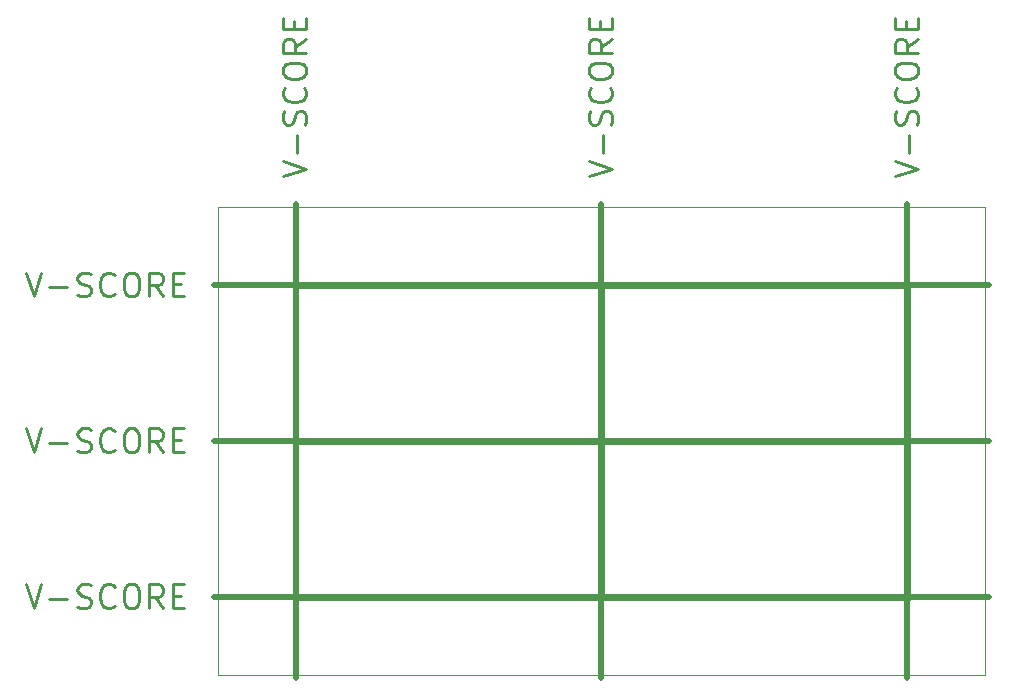
<source format=gko>
%TF.GenerationSoftware,KiCad,Pcbnew,8.0.4*%
%TF.CreationDate,2024-08-22T15:16:28-06:00*%
%TF.ProjectId,SparkFun_BMV080_panelized,53706172-6b46-4756-9e5f-424d56303830,v01*%
%TF.SameCoordinates,Original*%
%TF.FileFunction,Soldermask,Bot*%
%TF.FilePolarity,Negative*%
%FSLAX46Y46*%
G04 Gerber Fmt 4.6, Leading zero omitted, Abs format (unit mm)*
G04 Created by KiCad (PCBNEW 8.0.4) date 2024-08-22 15:16:28*
%MOMM*%
%LPD*%
G01*
G04 APERTURE LIST*
%TA.AperFunction,Profile*%
%ADD10C,0.100000*%
%TD*%
%TA.AperFunction,Profile*%
%ADD11C,0.050000*%
%TD*%
%ADD12C,0.250000*%
%ADD13C,0.500000*%
G04 APERTURE END LIST*
D10*
X-500000Y-13200000D02*
X-500000Y13700000D01*
X51800000Y-13200000D02*
X-500000Y-13200000D01*
X51800000Y13700000D02*
X51800000Y-13200000D01*
X-500000Y13700000D02*
X51800000Y13700000D01*
X-6850000Y-19550000D02*
X-6850000Y20050000D01*
X58150000Y-19550000D02*
X-6850000Y-19550000D01*
X58150000Y20050000D02*
X58150000Y-19550000D01*
X-6850000Y20050000D02*
X58150000Y20050000D01*
D11*
X25900000Y500000D02*
X25900000Y13200000D01*
X25900000Y-12700000D02*
X25900000Y0D01*
X0Y500000D02*
X0Y13200000D01*
X51300000Y13200000D02*
X51300000Y500000D01*
X51300000Y0D02*
X51300000Y-12700000D01*
X25400000Y13200000D02*
X25400000Y500000D01*
X51300000Y500000D02*
X25900000Y500000D01*
X51300000Y-12700000D02*
X25900000Y-12700000D01*
X25400000Y500000D02*
X0Y500000D01*
X25900000Y13200000D02*
X51300000Y13200000D01*
X25900000Y0D02*
X51300000Y0D01*
X0Y13200000D02*
X25400000Y13200000D01*
X0Y0D02*
X25400000Y0D01*
X25400000Y-12700000D02*
X0Y-12700000D01*
X25400000Y0D02*
X25400000Y-12700000D01*
X0Y-12700000D02*
X0Y0D01*
D12*
X-23098997Y-11862238D02*
X-22432331Y-13862238D01*
X-22432331Y-13862238D02*
X-21765664Y-11862238D01*
X-21098997Y-13100333D02*
X-19575187Y-13100333D01*
X-18718045Y-13767000D02*
X-18432331Y-13862238D01*
X-18432331Y-13862238D02*
X-17956140Y-13862238D01*
X-17956140Y-13862238D02*
X-17765664Y-13767000D01*
X-17765664Y-13767000D02*
X-17670426Y-13671761D01*
X-17670426Y-13671761D02*
X-17575188Y-13481285D01*
X-17575188Y-13481285D02*
X-17575188Y-13290809D01*
X-17575188Y-13290809D02*
X-17670426Y-13100333D01*
X-17670426Y-13100333D02*
X-17765664Y-13005095D01*
X-17765664Y-13005095D02*
X-17956140Y-12909857D01*
X-17956140Y-12909857D02*
X-18337093Y-12814619D01*
X-18337093Y-12814619D02*
X-18527569Y-12719380D01*
X-18527569Y-12719380D02*
X-18622807Y-12624142D01*
X-18622807Y-12624142D02*
X-18718045Y-12433666D01*
X-18718045Y-12433666D02*
X-18718045Y-12243190D01*
X-18718045Y-12243190D02*
X-18622807Y-12052714D01*
X-18622807Y-12052714D02*
X-18527569Y-11957476D01*
X-18527569Y-11957476D02*
X-18337093Y-11862238D01*
X-18337093Y-11862238D02*
X-17860902Y-11862238D01*
X-17860902Y-11862238D02*
X-17575188Y-11957476D01*
X-15575188Y-13671761D02*
X-15670426Y-13767000D01*
X-15670426Y-13767000D02*
X-15956140Y-13862238D01*
X-15956140Y-13862238D02*
X-16146616Y-13862238D01*
X-16146616Y-13862238D02*
X-16432331Y-13767000D01*
X-16432331Y-13767000D02*
X-16622807Y-13576523D01*
X-16622807Y-13576523D02*
X-16718045Y-13386047D01*
X-16718045Y-13386047D02*
X-16813283Y-13005095D01*
X-16813283Y-13005095D02*
X-16813283Y-12719380D01*
X-16813283Y-12719380D02*
X-16718045Y-12338428D01*
X-16718045Y-12338428D02*
X-16622807Y-12147952D01*
X-16622807Y-12147952D02*
X-16432331Y-11957476D01*
X-16432331Y-11957476D02*
X-16146616Y-11862238D01*
X-16146616Y-11862238D02*
X-15956140Y-11862238D01*
X-15956140Y-11862238D02*
X-15670426Y-11957476D01*
X-15670426Y-11957476D02*
X-15575188Y-12052714D01*
X-14337093Y-11862238D02*
X-13956140Y-11862238D01*
X-13956140Y-11862238D02*
X-13765664Y-11957476D01*
X-13765664Y-11957476D02*
X-13575188Y-12147952D01*
X-13575188Y-12147952D02*
X-13479950Y-12528904D01*
X-13479950Y-12528904D02*
X-13479950Y-13195571D01*
X-13479950Y-13195571D02*
X-13575188Y-13576523D01*
X-13575188Y-13576523D02*
X-13765664Y-13767000D01*
X-13765664Y-13767000D02*
X-13956140Y-13862238D01*
X-13956140Y-13862238D02*
X-14337093Y-13862238D01*
X-14337093Y-13862238D02*
X-14527569Y-13767000D01*
X-14527569Y-13767000D02*
X-14718045Y-13576523D01*
X-14718045Y-13576523D02*
X-14813283Y-13195571D01*
X-14813283Y-13195571D02*
X-14813283Y-12528904D01*
X-14813283Y-12528904D02*
X-14718045Y-12147952D01*
X-14718045Y-12147952D02*
X-14527569Y-11957476D01*
X-14527569Y-11957476D02*
X-14337093Y-11862238D01*
X-11479950Y-13862238D02*
X-12146617Y-12909857D01*
X-12622807Y-13862238D02*
X-12622807Y-11862238D01*
X-12622807Y-11862238D02*
X-11860902Y-11862238D01*
X-11860902Y-11862238D02*
X-11670426Y-11957476D01*
X-11670426Y-11957476D02*
X-11575188Y-12052714D01*
X-11575188Y-12052714D02*
X-11479950Y-12243190D01*
X-11479950Y-12243190D02*
X-11479950Y-12528904D01*
X-11479950Y-12528904D02*
X-11575188Y-12719380D01*
X-11575188Y-12719380D02*
X-11670426Y-12814619D01*
X-11670426Y-12814619D02*
X-11860902Y-12909857D01*
X-11860902Y-12909857D02*
X-12622807Y-12909857D01*
X-10622807Y-12814619D02*
X-9956140Y-12814619D01*
X-9670426Y-13862238D02*
X-10622807Y-13862238D01*
X-10622807Y-13862238D02*
X-10622807Y-11862238D01*
X-10622807Y-11862238D02*
X-9670426Y-11862238D01*
D13*
X-7125000Y-12950000D02*
X58425000Y-12950000D01*
D12*
X-23098997Y1337762D02*
X-22432331Y-662238D01*
X-22432331Y-662238D02*
X-21765664Y1337762D01*
X-21098997Y99667D02*
X-19575187Y99667D01*
X-18718045Y-567000D02*
X-18432331Y-662238D01*
X-18432331Y-662238D02*
X-17956140Y-662238D01*
X-17956140Y-662238D02*
X-17765664Y-567000D01*
X-17765664Y-567000D02*
X-17670426Y-471761D01*
X-17670426Y-471761D02*
X-17575188Y-281285D01*
X-17575188Y-281285D02*
X-17575188Y-90809D01*
X-17575188Y-90809D02*
X-17670426Y99667D01*
X-17670426Y99667D02*
X-17765664Y194905D01*
X-17765664Y194905D02*
X-17956140Y290143D01*
X-17956140Y290143D02*
X-18337093Y385381D01*
X-18337093Y385381D02*
X-18527569Y480620D01*
X-18527569Y480620D02*
X-18622807Y575858D01*
X-18622807Y575858D02*
X-18718045Y766334D01*
X-18718045Y766334D02*
X-18718045Y956810D01*
X-18718045Y956810D02*
X-18622807Y1147286D01*
X-18622807Y1147286D02*
X-18527569Y1242524D01*
X-18527569Y1242524D02*
X-18337093Y1337762D01*
X-18337093Y1337762D02*
X-17860902Y1337762D01*
X-17860902Y1337762D02*
X-17575188Y1242524D01*
X-15575188Y-471761D02*
X-15670426Y-567000D01*
X-15670426Y-567000D02*
X-15956140Y-662238D01*
X-15956140Y-662238D02*
X-16146616Y-662238D01*
X-16146616Y-662238D02*
X-16432331Y-567000D01*
X-16432331Y-567000D02*
X-16622807Y-376523D01*
X-16622807Y-376523D02*
X-16718045Y-186047D01*
X-16718045Y-186047D02*
X-16813283Y194905D01*
X-16813283Y194905D02*
X-16813283Y480620D01*
X-16813283Y480620D02*
X-16718045Y861572D01*
X-16718045Y861572D02*
X-16622807Y1052048D01*
X-16622807Y1052048D02*
X-16432331Y1242524D01*
X-16432331Y1242524D02*
X-16146616Y1337762D01*
X-16146616Y1337762D02*
X-15956140Y1337762D01*
X-15956140Y1337762D02*
X-15670426Y1242524D01*
X-15670426Y1242524D02*
X-15575188Y1147286D01*
X-14337093Y1337762D02*
X-13956140Y1337762D01*
X-13956140Y1337762D02*
X-13765664Y1242524D01*
X-13765664Y1242524D02*
X-13575188Y1052048D01*
X-13575188Y1052048D02*
X-13479950Y671096D01*
X-13479950Y671096D02*
X-13479950Y4429D01*
X-13479950Y4429D02*
X-13575188Y-376523D01*
X-13575188Y-376523D02*
X-13765664Y-567000D01*
X-13765664Y-567000D02*
X-13956140Y-662238D01*
X-13956140Y-662238D02*
X-14337093Y-662238D01*
X-14337093Y-662238D02*
X-14527569Y-567000D01*
X-14527569Y-567000D02*
X-14718045Y-376523D01*
X-14718045Y-376523D02*
X-14813283Y4429D01*
X-14813283Y4429D02*
X-14813283Y671096D01*
X-14813283Y671096D02*
X-14718045Y1052048D01*
X-14718045Y1052048D02*
X-14527569Y1242524D01*
X-14527569Y1242524D02*
X-14337093Y1337762D01*
X-11479950Y-662238D02*
X-12146617Y290143D01*
X-12622807Y-662238D02*
X-12622807Y1337762D01*
X-12622807Y1337762D02*
X-11860902Y1337762D01*
X-11860902Y1337762D02*
X-11670426Y1242524D01*
X-11670426Y1242524D02*
X-11575188Y1147286D01*
X-11575188Y1147286D02*
X-11479950Y956810D01*
X-11479950Y956810D02*
X-11479950Y671096D01*
X-11479950Y671096D02*
X-11575188Y480620D01*
X-11575188Y480620D02*
X-11670426Y385381D01*
X-11670426Y385381D02*
X-11860902Y290143D01*
X-11860902Y290143D02*
X-12622807Y290143D01*
X-10622807Y385381D02*
X-9956140Y385381D01*
X-9670426Y-662238D02*
X-10622807Y-662238D01*
X-10622807Y-662238D02*
X-10622807Y1337762D01*
X-10622807Y1337762D02*
X-9670426Y1337762D01*
D13*
X-7125000Y250000D02*
X58425000Y250000D01*
D12*
X-23098997Y14537762D02*
X-22432331Y12537762D01*
X-22432331Y12537762D02*
X-21765664Y14537762D01*
X-21098997Y13299667D02*
X-19575187Y13299667D01*
X-18718045Y12633000D02*
X-18432331Y12537762D01*
X-18432331Y12537762D02*
X-17956140Y12537762D01*
X-17956140Y12537762D02*
X-17765664Y12633000D01*
X-17765664Y12633000D02*
X-17670426Y12728239D01*
X-17670426Y12728239D02*
X-17575188Y12918715D01*
X-17575188Y12918715D02*
X-17575188Y13109191D01*
X-17575188Y13109191D02*
X-17670426Y13299667D01*
X-17670426Y13299667D02*
X-17765664Y13394905D01*
X-17765664Y13394905D02*
X-17956140Y13490143D01*
X-17956140Y13490143D02*
X-18337093Y13585381D01*
X-18337093Y13585381D02*
X-18527569Y13680620D01*
X-18527569Y13680620D02*
X-18622807Y13775858D01*
X-18622807Y13775858D02*
X-18718045Y13966334D01*
X-18718045Y13966334D02*
X-18718045Y14156810D01*
X-18718045Y14156810D02*
X-18622807Y14347286D01*
X-18622807Y14347286D02*
X-18527569Y14442524D01*
X-18527569Y14442524D02*
X-18337093Y14537762D01*
X-18337093Y14537762D02*
X-17860902Y14537762D01*
X-17860902Y14537762D02*
X-17575188Y14442524D01*
X-15575188Y12728239D02*
X-15670426Y12633000D01*
X-15670426Y12633000D02*
X-15956140Y12537762D01*
X-15956140Y12537762D02*
X-16146616Y12537762D01*
X-16146616Y12537762D02*
X-16432331Y12633000D01*
X-16432331Y12633000D02*
X-16622807Y12823477D01*
X-16622807Y12823477D02*
X-16718045Y13013953D01*
X-16718045Y13013953D02*
X-16813283Y13394905D01*
X-16813283Y13394905D02*
X-16813283Y13680620D01*
X-16813283Y13680620D02*
X-16718045Y14061572D01*
X-16718045Y14061572D02*
X-16622807Y14252048D01*
X-16622807Y14252048D02*
X-16432331Y14442524D01*
X-16432331Y14442524D02*
X-16146616Y14537762D01*
X-16146616Y14537762D02*
X-15956140Y14537762D01*
X-15956140Y14537762D02*
X-15670426Y14442524D01*
X-15670426Y14442524D02*
X-15575188Y14347286D01*
X-14337093Y14537762D02*
X-13956140Y14537762D01*
X-13956140Y14537762D02*
X-13765664Y14442524D01*
X-13765664Y14442524D02*
X-13575188Y14252048D01*
X-13575188Y14252048D02*
X-13479950Y13871096D01*
X-13479950Y13871096D02*
X-13479950Y13204429D01*
X-13479950Y13204429D02*
X-13575188Y12823477D01*
X-13575188Y12823477D02*
X-13765664Y12633000D01*
X-13765664Y12633000D02*
X-13956140Y12537762D01*
X-13956140Y12537762D02*
X-14337093Y12537762D01*
X-14337093Y12537762D02*
X-14527569Y12633000D01*
X-14527569Y12633000D02*
X-14718045Y12823477D01*
X-14718045Y12823477D02*
X-14813283Y13204429D01*
X-14813283Y13204429D02*
X-14813283Y13871096D01*
X-14813283Y13871096D02*
X-14718045Y14252048D01*
X-14718045Y14252048D02*
X-14527569Y14442524D01*
X-14527569Y14442524D02*
X-14337093Y14537762D01*
X-11479950Y12537762D02*
X-12146617Y13490143D01*
X-12622807Y12537762D02*
X-12622807Y14537762D01*
X-12622807Y14537762D02*
X-11860902Y14537762D01*
X-11860902Y14537762D02*
X-11670426Y14442524D01*
X-11670426Y14442524D02*
X-11575188Y14347286D01*
X-11575188Y14347286D02*
X-11479950Y14156810D01*
X-11479950Y14156810D02*
X-11479950Y13871096D01*
X-11479950Y13871096D02*
X-11575188Y13680620D01*
X-11575188Y13680620D02*
X-11670426Y13585381D01*
X-11670426Y13585381D02*
X-11860902Y13490143D01*
X-11860902Y13490143D02*
X-12622807Y13490143D01*
X-10622807Y13585381D02*
X-9956140Y13585381D01*
X-9670426Y12537762D02*
X-10622807Y12537762D01*
X-10622807Y12537762D02*
X-10622807Y14537762D01*
X-10622807Y14537762D02*
X-9670426Y14537762D01*
D13*
X-7125000Y13450000D02*
X58425000Y13450000D01*
D12*
X50462238Y22679950D02*
X52462238Y23346616D01*
X52462238Y23346616D02*
X50462238Y24013283D01*
X51700333Y24679950D02*
X51700333Y26203759D01*
X52367000Y27060902D02*
X52462238Y27346616D01*
X52462238Y27346616D02*
X52462238Y27822807D01*
X52462238Y27822807D02*
X52367000Y28013283D01*
X52367000Y28013283D02*
X52271761Y28108521D01*
X52271761Y28108521D02*
X52081285Y28203759D01*
X52081285Y28203759D02*
X51890809Y28203759D01*
X51890809Y28203759D02*
X51700333Y28108521D01*
X51700333Y28108521D02*
X51605095Y28013283D01*
X51605095Y28013283D02*
X51509857Y27822807D01*
X51509857Y27822807D02*
X51414619Y27441854D01*
X51414619Y27441854D02*
X51319380Y27251378D01*
X51319380Y27251378D02*
X51224142Y27156140D01*
X51224142Y27156140D02*
X51033666Y27060902D01*
X51033666Y27060902D02*
X50843190Y27060902D01*
X50843190Y27060902D02*
X50652714Y27156140D01*
X50652714Y27156140D02*
X50557476Y27251378D01*
X50557476Y27251378D02*
X50462238Y27441854D01*
X50462238Y27441854D02*
X50462238Y27918045D01*
X50462238Y27918045D02*
X50557476Y28203759D01*
X52271761Y30203759D02*
X52367000Y30108521D01*
X52367000Y30108521D02*
X52462238Y29822807D01*
X52462238Y29822807D02*
X52462238Y29632331D01*
X52462238Y29632331D02*
X52367000Y29346616D01*
X52367000Y29346616D02*
X52176523Y29156140D01*
X52176523Y29156140D02*
X51986047Y29060902D01*
X51986047Y29060902D02*
X51605095Y28965664D01*
X51605095Y28965664D02*
X51319380Y28965664D01*
X51319380Y28965664D02*
X50938428Y29060902D01*
X50938428Y29060902D02*
X50747952Y29156140D01*
X50747952Y29156140D02*
X50557476Y29346616D01*
X50557476Y29346616D02*
X50462238Y29632331D01*
X50462238Y29632331D02*
X50462238Y29822807D01*
X50462238Y29822807D02*
X50557476Y30108521D01*
X50557476Y30108521D02*
X50652714Y30203759D01*
X50462238Y31441854D02*
X50462238Y31822807D01*
X50462238Y31822807D02*
X50557476Y32013283D01*
X50557476Y32013283D02*
X50747952Y32203759D01*
X50747952Y32203759D02*
X51128904Y32298997D01*
X51128904Y32298997D02*
X51795571Y32298997D01*
X51795571Y32298997D02*
X52176523Y32203759D01*
X52176523Y32203759D02*
X52367000Y32013283D01*
X52367000Y32013283D02*
X52462238Y31822807D01*
X52462238Y31822807D02*
X52462238Y31441854D01*
X52462238Y31441854D02*
X52367000Y31251378D01*
X52367000Y31251378D02*
X52176523Y31060902D01*
X52176523Y31060902D02*
X51795571Y30965664D01*
X51795571Y30965664D02*
X51128904Y30965664D01*
X51128904Y30965664D02*
X50747952Y31060902D01*
X50747952Y31060902D02*
X50557476Y31251378D01*
X50557476Y31251378D02*
X50462238Y31441854D01*
X52462238Y34298997D02*
X51509857Y33632330D01*
X52462238Y33156140D02*
X50462238Y33156140D01*
X50462238Y33156140D02*
X50462238Y33918045D01*
X50462238Y33918045D02*
X50557476Y34108521D01*
X50557476Y34108521D02*
X50652714Y34203759D01*
X50652714Y34203759D02*
X50843190Y34298997D01*
X50843190Y34298997D02*
X51128904Y34298997D01*
X51128904Y34298997D02*
X51319380Y34203759D01*
X51319380Y34203759D02*
X51414619Y34108521D01*
X51414619Y34108521D02*
X51509857Y33918045D01*
X51509857Y33918045D02*
X51509857Y33156140D01*
X51414619Y35156140D02*
X51414619Y35822807D01*
X52462238Y36108521D02*
X52462238Y35156140D01*
X52462238Y35156140D02*
X50462238Y35156140D01*
X50462238Y35156140D02*
X50462238Y36108521D01*
D13*
X51550000Y20325000D02*
X51550000Y-19825000D01*
D12*
X24562238Y22679950D02*
X26562238Y23346616D01*
X26562238Y23346616D02*
X24562238Y24013283D01*
X25800333Y24679950D02*
X25800333Y26203759D01*
X26467000Y27060902D02*
X26562238Y27346616D01*
X26562238Y27346616D02*
X26562238Y27822807D01*
X26562238Y27822807D02*
X26467000Y28013283D01*
X26467000Y28013283D02*
X26371761Y28108521D01*
X26371761Y28108521D02*
X26181285Y28203759D01*
X26181285Y28203759D02*
X25990809Y28203759D01*
X25990809Y28203759D02*
X25800333Y28108521D01*
X25800333Y28108521D02*
X25705095Y28013283D01*
X25705095Y28013283D02*
X25609857Y27822807D01*
X25609857Y27822807D02*
X25514619Y27441854D01*
X25514619Y27441854D02*
X25419380Y27251378D01*
X25419380Y27251378D02*
X25324142Y27156140D01*
X25324142Y27156140D02*
X25133666Y27060902D01*
X25133666Y27060902D02*
X24943190Y27060902D01*
X24943190Y27060902D02*
X24752714Y27156140D01*
X24752714Y27156140D02*
X24657476Y27251378D01*
X24657476Y27251378D02*
X24562238Y27441854D01*
X24562238Y27441854D02*
X24562238Y27918045D01*
X24562238Y27918045D02*
X24657476Y28203759D01*
X26371761Y30203759D02*
X26467000Y30108521D01*
X26467000Y30108521D02*
X26562238Y29822807D01*
X26562238Y29822807D02*
X26562238Y29632331D01*
X26562238Y29632331D02*
X26467000Y29346616D01*
X26467000Y29346616D02*
X26276523Y29156140D01*
X26276523Y29156140D02*
X26086047Y29060902D01*
X26086047Y29060902D02*
X25705095Y28965664D01*
X25705095Y28965664D02*
X25419380Y28965664D01*
X25419380Y28965664D02*
X25038428Y29060902D01*
X25038428Y29060902D02*
X24847952Y29156140D01*
X24847952Y29156140D02*
X24657476Y29346616D01*
X24657476Y29346616D02*
X24562238Y29632331D01*
X24562238Y29632331D02*
X24562238Y29822807D01*
X24562238Y29822807D02*
X24657476Y30108521D01*
X24657476Y30108521D02*
X24752714Y30203759D01*
X24562238Y31441854D02*
X24562238Y31822807D01*
X24562238Y31822807D02*
X24657476Y32013283D01*
X24657476Y32013283D02*
X24847952Y32203759D01*
X24847952Y32203759D02*
X25228904Y32298997D01*
X25228904Y32298997D02*
X25895571Y32298997D01*
X25895571Y32298997D02*
X26276523Y32203759D01*
X26276523Y32203759D02*
X26467000Y32013283D01*
X26467000Y32013283D02*
X26562238Y31822807D01*
X26562238Y31822807D02*
X26562238Y31441854D01*
X26562238Y31441854D02*
X26467000Y31251378D01*
X26467000Y31251378D02*
X26276523Y31060902D01*
X26276523Y31060902D02*
X25895571Y30965664D01*
X25895571Y30965664D02*
X25228904Y30965664D01*
X25228904Y30965664D02*
X24847952Y31060902D01*
X24847952Y31060902D02*
X24657476Y31251378D01*
X24657476Y31251378D02*
X24562238Y31441854D01*
X26562238Y34298997D02*
X25609857Y33632330D01*
X26562238Y33156140D02*
X24562238Y33156140D01*
X24562238Y33156140D02*
X24562238Y33918045D01*
X24562238Y33918045D02*
X24657476Y34108521D01*
X24657476Y34108521D02*
X24752714Y34203759D01*
X24752714Y34203759D02*
X24943190Y34298997D01*
X24943190Y34298997D02*
X25228904Y34298997D01*
X25228904Y34298997D02*
X25419380Y34203759D01*
X25419380Y34203759D02*
X25514619Y34108521D01*
X25514619Y34108521D02*
X25609857Y33918045D01*
X25609857Y33918045D02*
X25609857Y33156140D01*
X25514619Y35156140D02*
X25514619Y35822807D01*
X26562238Y36108521D02*
X26562238Y35156140D01*
X26562238Y35156140D02*
X24562238Y35156140D01*
X24562238Y35156140D02*
X24562238Y36108521D01*
D13*
X25650000Y20325000D02*
X25650000Y-19825000D01*
D12*
X-1337762Y22679950D02*
X662238Y23346616D01*
X662238Y23346616D02*
X-1337762Y24013283D01*
X-99667Y24679950D02*
X-99667Y26203759D01*
X567000Y27060902D02*
X662238Y27346616D01*
X662238Y27346616D02*
X662238Y27822807D01*
X662238Y27822807D02*
X567000Y28013283D01*
X567000Y28013283D02*
X471761Y28108521D01*
X471761Y28108521D02*
X281285Y28203759D01*
X281285Y28203759D02*
X90809Y28203759D01*
X90809Y28203759D02*
X-99667Y28108521D01*
X-99667Y28108521D02*
X-194905Y28013283D01*
X-194905Y28013283D02*
X-290143Y27822807D01*
X-290143Y27822807D02*
X-385381Y27441854D01*
X-385381Y27441854D02*
X-480620Y27251378D01*
X-480620Y27251378D02*
X-575858Y27156140D01*
X-575858Y27156140D02*
X-766334Y27060902D01*
X-766334Y27060902D02*
X-956810Y27060902D01*
X-956810Y27060902D02*
X-1147286Y27156140D01*
X-1147286Y27156140D02*
X-1242524Y27251378D01*
X-1242524Y27251378D02*
X-1337762Y27441854D01*
X-1337762Y27441854D02*
X-1337762Y27918045D01*
X-1337762Y27918045D02*
X-1242524Y28203759D01*
X471761Y30203759D02*
X567000Y30108521D01*
X567000Y30108521D02*
X662238Y29822807D01*
X662238Y29822807D02*
X662238Y29632331D01*
X662238Y29632331D02*
X567000Y29346616D01*
X567000Y29346616D02*
X376523Y29156140D01*
X376523Y29156140D02*
X186047Y29060902D01*
X186047Y29060902D02*
X-194905Y28965664D01*
X-194905Y28965664D02*
X-480620Y28965664D01*
X-480620Y28965664D02*
X-861572Y29060902D01*
X-861572Y29060902D02*
X-1052048Y29156140D01*
X-1052048Y29156140D02*
X-1242524Y29346616D01*
X-1242524Y29346616D02*
X-1337762Y29632331D01*
X-1337762Y29632331D02*
X-1337762Y29822807D01*
X-1337762Y29822807D02*
X-1242524Y30108521D01*
X-1242524Y30108521D02*
X-1147286Y30203759D01*
X-1337762Y31441854D02*
X-1337762Y31822807D01*
X-1337762Y31822807D02*
X-1242524Y32013283D01*
X-1242524Y32013283D02*
X-1052048Y32203759D01*
X-1052048Y32203759D02*
X-671096Y32298997D01*
X-671096Y32298997D02*
X-4429Y32298997D01*
X-4429Y32298997D02*
X376523Y32203759D01*
X376523Y32203759D02*
X567000Y32013283D01*
X567000Y32013283D02*
X662238Y31822807D01*
X662238Y31822807D02*
X662238Y31441854D01*
X662238Y31441854D02*
X567000Y31251378D01*
X567000Y31251378D02*
X376523Y31060902D01*
X376523Y31060902D02*
X-4429Y30965664D01*
X-4429Y30965664D02*
X-671096Y30965664D01*
X-671096Y30965664D02*
X-1052048Y31060902D01*
X-1052048Y31060902D02*
X-1242524Y31251378D01*
X-1242524Y31251378D02*
X-1337762Y31441854D01*
X662238Y34298997D02*
X-290143Y33632330D01*
X662238Y33156140D02*
X-1337762Y33156140D01*
X-1337762Y33156140D02*
X-1337762Y33918045D01*
X-1337762Y33918045D02*
X-1242524Y34108521D01*
X-1242524Y34108521D02*
X-1147286Y34203759D01*
X-1147286Y34203759D02*
X-956810Y34298997D01*
X-956810Y34298997D02*
X-671096Y34298997D01*
X-671096Y34298997D02*
X-480620Y34203759D01*
X-480620Y34203759D02*
X-385381Y34108521D01*
X-385381Y34108521D02*
X-290143Y33918045D01*
X-290143Y33918045D02*
X-290143Y33156140D01*
X-385381Y35156140D02*
X-385381Y35822807D01*
X662238Y36108521D02*
X662238Y35156140D01*
X662238Y35156140D02*
X-1337762Y35156140D01*
X-1337762Y35156140D02*
X-1337762Y36108521D01*
D13*
X-250000Y20325000D02*
X-250000Y-19825000D01*
M02*

</source>
